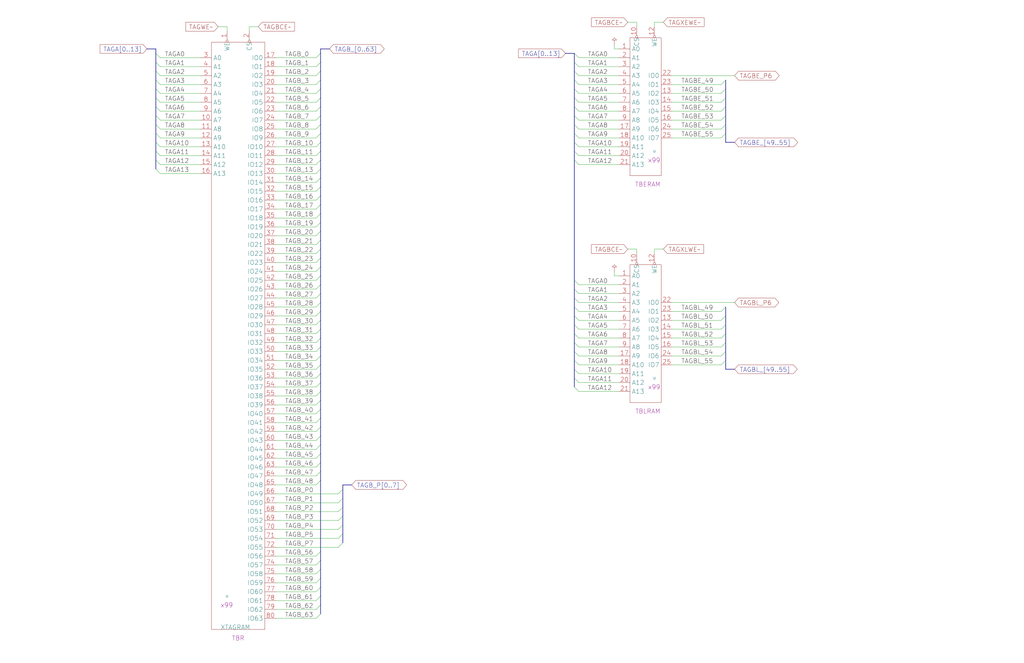
<source format=kicad_sch>
(kicad_sch (version 20220404) (generator eeschema)
  (paper "User" 584.2 378.46)
  (title_block (title "TAGB RAMS\\n0:40, 56:63, P0:P5, P7") (date "08-MAR-90") (rev "0.0") (comment 1 "MEM32 BOARD") (comment 2 "232-003066") (comment 3 "S400") (comment 4 "RELEASED"))
  (lib_symbols
    (symbol "r1000:16KX8" (pin_names (offset 1.016))
      (property "Reference" "U" (at 2.54 5.08 0))
      (property "Value" "16KX8" (at -8.89 -7.62 0))
      (property "Location" "___" (at -1.27 0 0))
      (property "Name" "______" (at -1.27 -15.24 0))
      (symbol "16KX8_1_1"
        (rectangle (start -11.43 69.85) (end 6.35 -8.89))
        (circle (center -7.62 70.485) (radius 0.635))
        (circle (center 2.54 70.485) (radius 0.635))
        (pin input line (at -17.78 63.5 0) (length 6.35) (name "A0") (number "1"))
        (pin input line (at -7.62 76.2 270) (length 5.08) (name "CS") (number "10"))
        (pin input line (at 2.54 76.2 270) (length 5.08) (name "WE") (number "12"))
        (pin bidirectional line (at 12.7 38.1 180) (length 6.35) (name "IO2") (number "13"))
        (pin bidirectional line (at 12.7 33.02 180) (length 6.35) (name "IO3") (number "14"))
        (pin bidirectional line (at 12.7 27.94 180) (length 6.35) (name "IO4") (number "15"))
        (pin bidirectional line (at 12.7 22.86 180) (length 6.35) (name "IO5") (number "16"))
        (pin input line (at -17.78 17.78 0) (length 6.35) (name "A9") (number "17"))
        (pin input line (at -17.78 12.7 0) (length 6.35) (name "A10") (number "18"))
        (pin input line (at -17.78 7.62 0) (length 6.35) (name "A11") (number "19"))
        (pin input line (at -17.78 58.42 0) (length 6.35) (name "A1") (number "2"))
        (pin input line (at -17.78 2.54 0) (length 6.35) (name "A12") (number "20"))
        (pin input line (at -17.78 -2.54 0) (length 6.35) (name "A13") (number "21"))
        (pin bidirectional line (at 12.7 48.26 180) (length 6.35) (name "IO0") (number "22"))
        (pin bidirectional line (at 12.7 43.18 180) (length 6.35) (name "IO1") (number "23"))
        (pin bidirectional line (at 12.7 17.78 180) (length 6.35) (name "IO6") (number "24"))
        (pin bidirectional line (at 12.7 12.7 180) (length 6.35) (name "IO7") (number "25"))
        (pin input line (at -17.78 53.34 0) (length 6.35) (name "A2") (number "3"))
        (pin input line (at -17.78 48.26 0) (length 6.35) (name "A3") (number "4"))
        (pin input line (at -17.78 43.18 0) (length 6.35) (name "A4") (number "5"))
        (pin input line (at -17.78 38.1 0) (length 6.35) (name "A5") (number "6"))
        (pin input line (at -17.78 33.02 0) (length 6.35) (name "A6") (number "7"))
        (pin input line (at -17.78 27.94 0) (length 6.35) (name "A7") (number "8"))
        (pin input line (at -17.78 22.86 0) (length 6.35) (name "A8") (number "9"))
      )
    )
    (symbol "r1000:PU" (power) (pin_numbers hide) (pin_names hide)
      (symbol "PU_0_1"
        (polyline (pts (xy 0 2.54) (xy -1.27 2.54) (xy 0 3.81) (xy 1.27 2.54) (xy 0 2.54)) (stroke (width 0.1524)))
      )
      (symbol "PU_1_1"
        (pin power_in line (at 0 0 90) (length 2.54) (name "PU") (number "1"))
      )
    )
    (symbol "r1000:XTAGRAM" (pin_names (offset 1.016))
      (property "Reference" "U" (at 2.54 5.08 0))
      (property "Value" "XTAGRAM" (at -1.27 -12.7 0))
      (property "Location" "___" (at -1.27 0 0))
      (property "Name" "______" (at 8.89 -20.32 0))
      (symbol "XTAGRAM_1_1"
        (rectangle (start -6.35 321.31) (end 24.13 -13.97))
        (circle (center 2.54 321.945) (radius 0.635))
        (circle (center 15.24 321.945) (radius 0.635))
        (pin input line (at 2.54 327.66 270) (length 5.08) (name "WE") (number "1"))
        (pin input line (at -12.7 276.86 0) (length 6.35) (name "A7") (number "10"))
        (pin input line (at -12.7 271.78 0) (length 6.35) (name "A8") (number "11"))
        (pin input line (at -12.7 266.7 0) (length 6.35) (name "A9") (number "12"))
        (pin input line (at -12.7 261.62 0) (length 6.35) (name "A10") (number "13"))
        (pin input line (at -12.7 256.54 0) (length 6.35) (name "A11") (number "14"))
        (pin input line (at -12.7 251.46 0) (length 6.35) (name "A12") (number "15"))
        (pin input line (at -12.7 246.38 0) (length 6.35) (name "A13") (number "16"))
        (pin bidirectional line (at 30.48 312.42 180) (length 6.35) (name "IO0") (number "17"))
        (pin bidirectional line (at 30.48 307.34 180) (length 6.35) (name "IO1") (number "18"))
        (pin bidirectional line (at 30.48 302.26 180) (length 6.35) (name "IO2") (number "19"))
        (pin input line (at 15.24 327.66 270) (length 5.08) (name "CS") (number "2"))
        (pin bidirectional line (at 30.48 297.18 180) (length 6.35) (name "IO3") (number "20"))
        (pin bidirectional line (at 30.48 292.1 180) (length 6.35) (name "IO4") (number "21"))
        (pin bidirectional line (at 30.48 287.02 180) (length 6.35) (name "IO5") (number "22"))
        (pin bidirectional line (at 30.48 281.94 180) (length 6.35) (name "IO6") (number "23"))
        (pin bidirectional line (at 30.48 276.86 180) (length 6.35) (name "IO7") (number "24"))
        (pin bidirectional line (at 30.48 271.78 180) (length 6.35) (name "IO8") (number "25"))
        (pin bidirectional line (at 30.48 266.7 180) (length 6.35) (name "IO9") (number "26"))
        (pin bidirectional line (at 30.48 261.62 180) (length 6.35) (name "IO10") (number "27"))
        (pin bidirectional line (at 30.48 256.54 180) (length 6.35) (name "IO11") (number "28"))
        (pin bidirectional line (at 30.48 251.46 180) (length 6.35) (name "IO12") (number "29"))
        (pin input line (at -12.7 312.42 0) (length 6.35) (name "A0") (number "3"))
        (pin bidirectional line (at 30.48 246.38 180) (length 6.35) (name "IO13") (number "30"))
        (pin bidirectional line (at 30.48 241.3 180) (length 6.35) (name "IO14") (number "31"))
        (pin bidirectional line (at 30.48 236.22 180) (length 6.35) (name "IO15") (number "32"))
        (pin bidirectional line (at 30.48 231.14 180) (length 6.35) (name "IO16") (number "33"))
        (pin bidirectional line (at 30.48 226.06 180) (length 6.35) (name "IO17") (number "34"))
        (pin bidirectional line (at 30.48 220.98 180) (length 6.35) (name "IO18") (number "35"))
        (pin bidirectional line (at 30.48 215.9 180) (length 6.35) (name "IO19") (number "36"))
        (pin bidirectional line (at 30.48 210.82 180) (length 6.35) (name "IO20") (number "37"))
        (pin bidirectional line (at 30.48 205.74 180) (length 6.35) (name "IO21") (number "38"))
        (pin bidirectional line (at 30.48 200.66 180) (length 6.35) (name "IO22") (number "39"))
        (pin input line (at -12.7 307.34 0) (length 6.35) (name "A1") (number "4"))
        (pin bidirectional line (at 30.48 195.58 180) (length 6.35) (name "IO23") (number "40"))
        (pin bidirectional line (at 30.48 190.5 180) (length 6.35) (name "IO24") (number "41"))
        (pin bidirectional line (at 30.48 185.42 180) (length 6.35) (name "IO25") (number "42"))
        (pin bidirectional line (at 30.48 180.34 180) (length 6.35) (name "IO26") (number "43"))
        (pin bidirectional line (at 30.48 175.26 180) (length 6.35) (name "IO27") (number "44"))
        (pin bidirectional line (at 30.48 170.18 180) (length 6.35) (name "IO28") (number "45"))
        (pin bidirectional line (at 30.48 165.1 180) (length 6.35) (name "IO29") (number "46"))
        (pin bidirectional line (at 30.48 160.02 180) (length 6.35) (name "IO30") (number "47"))
        (pin bidirectional line (at 30.48 154.94 180) (length 6.35) (name "IO31") (number "48"))
        (pin bidirectional line (at 30.48 149.86 180) (length 6.35) (name "IO32") (number "49"))
        (pin input line (at -12.7 302.26 0) (length 6.35) (name "A2") (number "5"))
        (pin bidirectional line (at 30.48 144.78 180) (length 6.35) (name "IO33") (number "50"))
        (pin bidirectional line (at 30.48 139.7 180) (length 6.35) (name "IO34") (number "51"))
        (pin bidirectional line (at 30.48 134.62 180) (length 6.35) (name "IO35") (number "52"))
        (pin bidirectional line (at 30.48 129.54 180) (length 6.35) (name "IO36") (number "53"))
        (pin bidirectional line (at 30.48 124.46 180) (length 6.35) (name "IO37") (number "54"))
        (pin bidirectional line (at 30.48 119.38 180) (length 6.35) (name "IO38") (number "55"))
        (pin bidirectional line (at 30.48 114.3 180) (length 6.35) (name "IO39") (number "56"))
        (pin bidirectional line (at 30.48 109.22 180) (length 6.35) (name "IO40") (number "57"))
        (pin bidirectional line (at 30.48 104.14 180) (length 6.35) (name "IO41") (number "58"))
        (pin bidirectional line (at 30.48 99.06 180) (length 6.35) (name "IO42") (number "59"))
        (pin input line (at -12.7 297.18 0) (length 6.35) (name "A3") (number "6"))
        (pin bidirectional line (at 30.48 93.98 180) (length 6.35) (name "IO43") (number "60"))
        (pin bidirectional line (at 30.48 88.9 180) (length 6.35) (name "IO44") (number "61"))
        (pin bidirectional line (at 30.48 83.82 180) (length 6.35) (name "IO45") (number "62"))
        (pin bidirectional line (at 30.48 78.74 180) (length 6.35) (name "IO46") (number "63"))
        (pin bidirectional line (at 30.48 73.66 180) (length 6.35) (name "IO47") (number "64"))
        (pin bidirectional line (at 30.48 68.58 180) (length 6.35) (name "IO48") (number "65"))
        (pin bidirectional line (at 30.48 63.5 180) (length 6.35) (name "IO49") (number "66"))
        (pin bidirectional line (at 30.48 58.42 180) (length 6.35) (name "IO50") (number "67"))
        (pin bidirectional line (at 30.48 53.34 180) (length 6.35) (name "IO51") (number "68"))
        (pin bidirectional line (at 30.48 48.26 180) (length 6.35) (name "IO52") (number "69"))
        (pin input line (at -12.7 292.1 0) (length 6.35) (name "A4") (number "7"))
        (pin bidirectional line (at 30.48 43.18 180) (length 6.35) (name "IO53") (number "70"))
        (pin bidirectional line (at 30.48 38.1 180) (length 6.35) (name "IO54") (number "71"))
        (pin bidirectional line (at 30.48 33.02 180) (length 6.35) (name "IO55") (number "72"))
        (pin bidirectional line (at 30.48 27.94 180) (length 6.35) (name "IO56") (number "73"))
        (pin bidirectional line (at 30.48 22.86 180) (length 6.35) (name "IO57") (number "74"))
        (pin bidirectional line (at 30.48 17.78 180) (length 6.35) (name "IO58") (number "75"))
        (pin bidirectional line (at 30.48 12.7 180) (length 6.35) (name "IO59") (number "76"))
        (pin bidirectional line (at 30.48 7.62 180) (length 6.35) (name "IO60") (number "77"))
        (pin bidirectional line (at 30.48 2.54 180) (length 6.35) (name "IO61") (number "78"))
        (pin bidirectional line (at 30.48 -2.54 180) (length 6.35) (name "IO62") (number "79"))
        (pin input line (at -12.7 287.02 0) (length 6.35) (name "A5") (number "8"))
        (pin bidirectional line (at 30.48 -7.62 180) (length 6.35) (name "IO63") (number "80"))
        (pin input line (at -12.7 281.94 0) (length 6.35) (name "A6") (number "9"))
      )
    )
  )
  (bus_entry (at 88.9 96.52) (size 2.54 2.54))
  (bus_entry (at 88.9 86.36) (size 2.54 2.54))
  (bus_entry (at 327.66 170.18) (size 2.54 2.54))
  (bus_entry (at 327.66 35.56) (size 2.54 2.54))
  (bus_entry (at 182.88 223.52) (size -2.54 2.54))
  (bus_entry (at 182.88 340.36) (size -2.54 2.54))
  (bus_entry (at 414.02 60.96) (size -2.54 2.54))
  (bus_entry (at 182.88 66.04) (size -2.54 2.54))
  (bus_entry (at 182.88 193.04) (size -2.54 2.54))
  (bus_entry (at 88.9 35.56) (size 2.54 2.54))
  (bus_entry (at 327.66 195.58) (size 2.54 2.54))
  (bus_entry (at 182.88 228.6) (size -2.54 2.54))
  (bus_entry (at 182.88 330.2) (size -2.54 2.54))
  (bus_entry (at 414.02 175.26) (size -2.54 2.54))
  (bus_entry (at 182.88 213.36) (size -2.54 2.54))
  (bus_entry (at 88.9 91.44) (size 2.54 2.54))
  (bus_entry (at 182.88 45.72) (size -2.54 2.54))
  (bus_entry (at 182.88 96.52) (size -2.54 2.54))
  (bus_entry (at 182.88 142.24) (size -2.54 2.54))
  (bus_entry (at 182.88 106.68) (size -2.54 2.54))
  (bus_entry (at 182.88 314.96) (size -2.54 2.54))
  (bus_entry (at 182.88 111.76) (size -2.54 2.54))
  (bus_entry (at 182.88 55.88) (size -2.54 2.54))
  (bus_entry (at 195.58 309.88) (size -2.54 2.54))
  (bus_entry (at 182.88 259.08) (size -2.54 2.54))
  (bus_entry (at 327.66 50.8) (size 2.54 2.54))
  (bus_entry (at 414.02 55.88) (size -2.54 2.54))
  (bus_entry (at 182.88 218.44) (size -2.54 2.54))
  (bus_entry (at 182.88 345.44) (size -2.54 2.54))
  (bus_entry (at 88.9 30.48) (size 2.54 2.54))
  (bus_entry (at 327.66 185.42) (size 2.54 2.54))
  (bus_entry (at 182.88 35.56) (size -2.54 2.54))
  (bus_entry (at 182.88 187.96) (size -2.54 2.54))
  (bus_entry (at 182.88 50.8) (size -2.54 2.54))
  (bus_entry (at 182.88 60.96) (size -2.54 2.54))
  (bus_entry (at 327.66 30.48) (size 2.54 2.54))
  (bus_entry (at 414.02 195.58) (size -2.54 2.54))
  (bus_entry (at 88.9 55.88) (size 2.54 2.54))
  (bus_entry (at 182.88 167.64) (size -2.54 2.54))
  (bus_entry (at 414.02 205.74) (size -2.54 2.54))
  (bus_entry (at 327.66 175.26) (size 2.54 2.54))
  (bus_entry (at 327.66 165.1) (size 2.54 2.54))
  (bus_entry (at 327.66 71.12) (size 2.54 2.54))
  (bus_entry (at 327.66 215.9) (size 2.54 2.54))
  (bus_entry (at 182.88 71.12) (size -2.54 2.54))
  (bus_entry (at 182.88 350.52) (size -2.54 2.54))
  (bus_entry (at 182.88 208.28) (size -2.54 2.54))
  (bus_entry (at 182.88 157.48) (size -2.54 2.54))
  (bus_entry (at 195.58 299.72) (size -2.54 2.54))
  (bus_entry (at 182.88 30.48) (size -2.54 2.54))
  (bus_entry (at 327.66 190.5) (size 2.54 2.54))
  (bus_entry (at 182.88 177.8) (size -2.54 2.54))
  (bus_entry (at 182.88 162.56) (size -2.54 2.54))
  (bus_entry (at 182.88 274.32) (size -2.54 2.54))
  (bus_entry (at 182.88 152.4) (size -2.54 2.54))
  (bus_entry (at 327.66 40.64) (size 2.54 2.54))
  (bus_entry (at 182.88 248.92) (size -2.54 2.54))
  (bus_entry (at 182.88 233.68) (size -2.54 2.54))
  (bus_entry (at 414.02 50.8) (size -2.54 2.54))
  (bus_entry (at 182.88 137.16) (size -2.54 2.54))
  (bus_entry (at 182.88 121.92) (size -2.54 2.54))
  (bus_entry (at 195.58 304.8) (size -2.54 2.54))
  (bus_entry (at 88.9 81.28) (size 2.54 2.54))
  (bus_entry (at 182.88 91.44) (size -2.54 2.54))
  (bus_entry (at 182.88 101.6) (size -2.54 2.54))
  (bus_entry (at 182.88 254) (size -2.54 2.54))
  (bus_entry (at 182.88 335.28) (size -2.54 2.54))
  (bus_entry (at 182.88 238.76) (size -2.54 2.54))
  (bus_entry (at 327.66 91.44) (size 2.54 2.54))
  (bus_entry (at 195.58 289.56) (size -2.54 2.54))
  (bus_entry (at 327.66 180.34) (size 2.54 2.54))
  (bus_entry (at 327.66 210.82) (size 2.54 2.54))
  (bus_entry (at 327.66 60.96) (size 2.54 2.54))
  (bus_entry (at 414.02 185.42) (size -2.54 2.54))
  (bus_entry (at 88.9 50.8) (size 2.54 2.54))
  (bus_entry (at 182.88 203.2) (size -2.54 2.54))
  (bus_entry (at 414.02 71.12) (size -2.54 2.54))
  (bus_entry (at 327.66 160.02) (size 2.54 2.54))
  (bus_entry (at 327.66 205.74) (size 2.54 2.54))
  (bus_entry (at 182.88 132.08) (size -2.54 2.54))
  (bus_entry (at 195.58 294.64) (size -2.54 2.54))
  (bus_entry (at 182.88 325.12) (size -2.54 2.54))
  (bus_entry (at 88.9 66.04) (size 2.54 2.54))
  (bus_entry (at 182.88 264.16) (size -2.54 2.54))
  (bus_entry (at 327.66 55.88) (size 2.54 2.54))
  (bus_entry (at 182.88 269.24) (size -2.54 2.54))
  (bus_entry (at 182.88 198.12) (size -2.54 2.54))
  (bus_entry (at 182.88 172.72) (size -2.54 2.54))
  (bus_entry (at 327.66 76.2) (size 2.54 2.54))
  (bus_entry (at 327.66 86.36) (size 2.54 2.54))
  (bus_entry (at 182.88 243.84) (size -2.54 2.54))
  (bus_entry (at 182.88 182.88) (size -2.54 2.54))
  (bus_entry (at 195.58 279.4) (size -2.54 2.54))
  (bus_entry (at 182.88 86.36) (size -2.54 2.54))
  (bus_entry (at 414.02 200.66) (size -2.54 2.54))
  (bus_entry (at 414.02 66.04) (size -2.54 2.54))
  (bus_entry (at 182.88 320.04) (size -2.54 2.54))
  (bus_entry (at 182.88 127) (size -2.54 2.54))
  (bus_entry (at 182.88 147.32) (size -2.54 2.54))
  (bus_entry (at 327.66 81.28) (size 2.54 2.54))
  (bus_entry (at 195.58 284.48) (size -2.54 2.54))
  (bus_entry (at 182.88 40.64) (size -2.54 2.54))
  (bus_entry (at 88.9 60.96) (size 2.54 2.54))
  (bus_entry (at 414.02 76.2) (size -2.54 2.54))
  (bus_entry (at 414.02 190.5) (size -2.54 2.54))
  (bus_entry (at 88.9 40.64) (size 2.54 2.54))
  (bus_entry (at 88.9 45.72) (size 2.54 2.54))
  (bus_entry (at 182.88 116.84) (size -2.54 2.54))
  (bus_entry (at 182.88 76.2) (size -2.54 2.54))
  (bus_entry (at 88.9 71.12) (size 2.54 2.54))
  (bus_entry (at 327.66 66.04) (size 2.54 2.54))
  (bus_entry (at 414.02 45.72) (size -2.54 2.54))
  (bus_entry (at 182.88 81.28) (size -2.54 2.54))
  (bus_entry (at 414.02 180.34) (size -2.54 2.54))
  (bus_entry (at 327.66 45.72) (size 2.54 2.54))
  (bus_entry (at 327.66 200.66) (size 2.54 2.54))
  (bus_entry (at 88.9 76.2) (size 2.54 2.54))
  (bus_entry (at 327.66 220.98) (size 2.54 2.54))
  (bus (pts (xy 182.88 127) (xy 182.88 132.08)))
  (wire (pts (xy 383.54 73.66) (xy 411.48 73.66)))
  (bus (pts (xy 182.88 243.84) (xy 182.88 248.92)))
  (wire (pts (xy 378.46 142.24) (xy 373.38 142.24)))
  (wire (pts (xy 157.48 78.74) (xy 180.34 78.74)))
  (wire (pts (xy 157.48 312.42) (xy 193.04 312.42)))
  (wire (pts (xy 383.54 43.18) (xy 419.1 43.18)))
  (wire (pts (xy 157.48 109.22) (xy 180.34 109.22)))
  (wire (pts (xy 330.2 187.96) (xy 353.06 187.96)))
  (wire (pts (xy 383.54 78.74) (xy 411.48 78.74)))
  (wire (pts (xy 157.48 327.66) (xy 180.34 327.66)))
  (wire (pts (xy 157.48 322.58) (xy 180.34 322.58)))
  (bus (pts (xy 414.02 180.34) (xy 414.02 185.42)))
  (bus (pts (xy 182.88 228.6) (xy 182.88 233.68)))
  (bus (pts (xy 182.88 91.44) (xy 182.88 96.52)))
  (wire (pts (xy 91.44 73.66) (xy 114.3 73.66)))
  (wire (pts (xy 330.2 53.34) (xy 353.06 53.34)))
  (wire (pts (xy 157.48 134.62) (xy 180.34 134.62)))
  (wire (pts (xy 383.54 182.88) (xy 411.48 182.88)))
  (wire (pts (xy 157.48 73.66) (xy 180.34 73.66)))
  (bus (pts (xy 414.02 190.5) (xy 414.02 185.42)))
  (wire (pts (xy 157.48 170.18) (xy 180.34 170.18)))
  (bus (pts (xy 182.88 335.28) (xy 182.88 340.36)))
  (bus (pts (xy 182.88 142.24) (xy 182.88 147.32)))
  (wire (pts (xy 157.48 297.18) (xy 193.04 297.18)))
  (wire (pts (xy 157.48 149.86) (xy 180.34 149.86)))
  (bus (pts (xy 327.66 165.1) (xy 327.66 170.18)))
  (wire (pts (xy 157.48 68.58) (xy 180.34 68.58)))
  (wire (pts (xy 383.54 172.72) (xy 419.1 172.72)))
  (wire (pts (xy 330.2 68.58) (xy 353.06 68.58)))
  (bus (pts (xy 182.88 101.6) (xy 182.88 106.68)))
  (bus (pts (xy 182.88 157.48) (xy 182.88 162.56)))
  (bus (pts (xy 182.88 320.04) (xy 182.88 325.12)))
  (wire (pts (xy 157.48 88.9) (xy 180.34 88.9)))
  (bus (pts (xy 182.88 345.44) (xy 182.88 350.52)))
  (bus (pts (xy 182.88 76.2) (xy 182.88 81.28)))
  (wire (pts (xy 157.48 160.02) (xy 180.34 160.02)))
  (bus (pts (xy 83.82 27.94) (xy 88.9 27.94)))
  (bus (pts (xy 195.58 284.48) (xy 195.58 289.56)))
  (bus (pts (xy 414.02 200.66) (xy 414.02 205.74)))
  (wire (pts (xy 157.48 190.5) (xy 180.34 190.5)))
  (wire (pts (xy 373.38 12.7) (xy 373.38 15.24)))
  (wire (pts (xy 157.48 266.7) (xy 180.34 266.7)))
  (bus (pts (xy 182.88 182.88) (xy 182.88 187.96)))
  (wire (pts (xy 157.48 241.3) (xy 180.34 241.3)))
  (wire (pts (xy 157.48 246.38) (xy 180.34 246.38)))
  (wire (pts (xy 157.48 337.82) (xy 180.34 337.82)))
  (wire (pts (xy 353.06 157.48) (xy 350.52 157.48)))
  (bus (pts (xy 327.66 215.9) (xy 327.66 220.98)))
  (wire (pts (xy 157.48 256.54) (xy 180.34 256.54)))
  (bus (pts (xy 182.88 96.52) (xy 182.88 101.6)))
  (wire (pts (xy 330.2 88.9) (xy 353.06 88.9)))
  (wire (pts (xy 157.48 180.34) (xy 180.34 180.34)))
  (bus (pts (xy 419.1 81.28) (xy 414.02 81.28)))
  (bus (pts (xy 182.88 86.36) (xy 182.88 91.44)))
  (bus (pts (xy 88.9 40.64) (xy 88.9 45.72)))
  (bus (pts (xy 414.02 66.04) (xy 414.02 71.12)))
  (wire (pts (xy 91.44 33.02) (xy 114.3 33.02)))
  (bus (pts (xy 182.88 35.56) (xy 182.88 40.64)))
  (bus (pts (xy 414.02 45.72) (xy 414.02 50.8)))
  (bus (pts (xy 182.88 187.96) (xy 182.88 193.04)))
  (wire (pts (xy 157.48 185.42) (xy 180.34 185.42)))
  (bus (pts (xy 182.88 248.92) (xy 182.88 254)))
  (bus (pts (xy 88.9 55.88) (xy 88.9 60.96)))
  (bus (pts (xy 182.88 198.12) (xy 182.88 203.2)))
  (bus (pts (xy 182.88 264.16) (xy 182.88 269.24)))
  (bus (pts (xy 414.02 55.88) (xy 414.02 60.96)))
  (bus (pts (xy 327.66 66.04) (xy 327.66 71.12)))
  (bus (pts (xy 182.88 50.8) (xy 182.88 55.88)))
  (bus (pts (xy 182.88 259.08) (xy 182.88 264.16)))
  (bus (pts (xy 414.02 190.5) (xy 414.02 195.58)))
  (wire (pts (xy 157.48 195.58) (xy 180.34 195.58)))
  (wire (pts (xy 157.48 63.5) (xy 180.34 63.5)))
  (bus (pts (xy 414.02 60.96) (xy 414.02 66.04)))
  (wire (pts (xy 383.54 68.58) (xy 411.48 68.58)))
  (wire (pts (xy 330.2 172.72) (xy 353.06 172.72)))
  (bus (pts (xy 182.88 111.76) (xy 182.88 116.84)))
  (bus (pts (xy 187.96 27.94) (xy 182.88 27.94)))
  (bus (pts (xy 182.88 254) (xy 182.88 259.08)))
  (bus (pts (xy 88.9 76.2) (xy 88.9 81.28)))
  (wire (pts (xy 353.06 27.94) (xy 350.52 27.94)))
  (wire (pts (xy 330.2 43.18) (xy 353.06 43.18)))
  (bus (pts (xy 88.9 45.72) (xy 88.9 50.8)))
  (bus (pts (xy 195.58 294.64) (xy 195.58 299.72)))
  (bus (pts (xy 195.58 276.86) (xy 195.58 279.4)))
  (bus (pts (xy 327.66 195.58) (xy 327.66 200.66)))
  (wire (pts (xy 350.52 27.94) (xy 350.52 25.4)))
  (bus (pts (xy 327.66 76.2) (xy 327.66 81.28)))
  (bus (pts (xy 88.9 50.8) (xy 88.9 55.88)))
  (bus (pts (xy 195.58 289.56) (xy 195.58 294.64)))
  (wire (pts (xy 157.48 353.06) (xy 180.34 353.06)))
  (bus (pts (xy 88.9 86.36) (xy 88.9 91.44)))
  (wire (pts (xy 330.2 193.04) (xy 353.06 193.04)))
  (wire (pts (xy 330.2 48.26) (xy 353.06 48.26)))
  (wire (pts (xy 330.2 73.66) (xy 353.06 73.66)))
  (bus (pts (xy 182.88 274.32) (xy 182.88 314.96)))
  (bus (pts (xy 182.88 193.04) (xy 182.88 198.12)))
  (wire (pts (xy 358.14 142.24) (xy 363.22 142.24)))
  (wire (pts (xy 91.44 99.06) (xy 114.3 99.06)))
  (wire (pts (xy 91.44 93.98) (xy 114.3 93.98)))
  (bus (pts (xy 327.66 35.56) (xy 327.66 40.64)))
  (wire (pts (xy 157.48 43.18) (xy 180.34 43.18)))
  (wire (pts (xy 91.44 43.18) (xy 114.3 43.18)))
  (bus (pts (xy 327.66 45.72) (xy 327.66 50.8)))
  (wire (pts (xy 157.48 332.74) (xy 180.34 332.74)))
  (wire (pts (xy 91.44 63.5) (xy 114.3 63.5)))
  (wire (pts (xy 91.44 53.34) (xy 114.3 53.34)))
  (bus (pts (xy 88.9 60.96) (xy 88.9 66.04)))
  (wire (pts (xy 142.24 15.24) (xy 142.24 17.78)))
  (bus (pts (xy 327.66 60.96) (xy 327.66 66.04)))
  (wire (pts (xy 157.48 53.34) (xy 180.34 53.34)))
  (wire (pts (xy 157.48 231.14) (xy 180.34 231.14)))
  (wire (pts (xy 157.48 281.94) (xy 193.04 281.94)))
  (bus (pts (xy 88.9 27.94) (xy 88.9 30.48)))
  (wire (pts (xy 157.48 99.06) (xy 180.34 99.06)))
  (bus (pts (xy 327.66 55.88) (xy 327.66 60.96)))
  (bus (pts (xy 88.9 81.28) (xy 88.9 86.36)))
  (wire (pts (xy 157.48 210.82) (xy 180.34 210.82)))
  (bus (pts (xy 327.66 170.18) (xy 327.66 175.26)))
  (wire (pts (xy 157.48 83.82) (xy 180.34 83.82)))
  (bus (pts (xy 182.88 208.28) (xy 182.88 213.36)))
  (bus (pts (xy 327.66 205.74) (xy 327.66 210.82)))
  (wire (pts (xy 330.2 38.1) (xy 353.06 38.1)))
  (wire (pts (xy 358.14 12.7) (xy 363.22 12.7)))
  (wire (pts (xy 91.44 88.9) (xy 114.3 88.9)))
  (wire (pts (xy 157.48 342.9) (xy 180.34 342.9)))
  (bus (pts (xy 182.88 233.68) (xy 182.88 238.76)))
  (bus (pts (xy 182.88 269.24) (xy 182.88 274.32)))
  (bus (pts (xy 182.88 55.88) (xy 182.88 60.96)))
  (wire (pts (xy 330.2 213.36) (xy 353.06 213.36)))
  (bus (pts (xy 414.02 71.12) (xy 414.02 76.2)))
  (bus (pts (xy 182.88 330.2) (xy 182.88 335.28)))
  (wire (pts (xy 157.48 200.66) (xy 180.34 200.66)))
  (bus (pts (xy 182.88 81.28) (xy 182.88 86.36)))
  (bus (pts (xy 182.88 30.48) (xy 182.88 35.56)))
  (wire (pts (xy 157.48 307.34) (xy 193.04 307.34)))
  (bus (pts (xy 414.02 50.8) (xy 414.02 55.88)))
  (wire (pts (xy 157.48 124.46) (xy 180.34 124.46)))
  (bus (pts (xy 414.02 175.26) (xy 414.02 180.34)))
  (bus (pts (xy 327.66 180.34) (xy 327.66 185.42)))
  (bus (pts (xy 327.66 81.28) (xy 327.66 86.36)))
  (wire (pts (xy 157.48 119.38) (xy 180.34 119.38)))
  (wire (pts (xy 330.2 33.02) (xy 353.06 33.02)))
  (wire (pts (xy 378.46 12.7) (xy 373.38 12.7)))
  (bus (pts (xy 88.9 66.04) (xy 88.9 71.12)))
  (bus (pts (xy 327.66 160.02) (xy 327.66 165.1)))
  (bus (pts (xy 182.88 66.04) (xy 182.88 71.12)))
  (wire (pts (xy 330.2 203.2) (xy 353.06 203.2)))
  (wire (pts (xy 383.54 203.2) (xy 411.48 203.2)))
  (wire (pts (xy 383.54 48.26) (xy 411.48 48.26)))
  (wire (pts (xy 157.48 48.26) (xy 180.34 48.26)))
  (bus (pts (xy 182.88 213.36) (xy 182.88 218.44)))
  (bus (pts (xy 182.88 325.12) (xy 182.88 330.2)))
  (bus (pts (xy 88.9 35.56) (xy 88.9 40.64)))
  (bus (pts (xy 182.88 177.8) (xy 182.88 182.88)))
  (bus (pts (xy 414.02 210.82) (xy 414.02 205.74)))
  (wire (pts (xy 383.54 198.12) (xy 411.48 198.12)))
  (wire (pts (xy 157.48 215.9) (xy 180.34 215.9)))
  (bus (pts (xy 327.66 200.66) (xy 327.66 205.74)))
  (wire (pts (xy 157.48 33.02) (xy 180.34 33.02)))
  (bus (pts (xy 182.88 218.44) (xy 182.88 223.52)))
  (bus (pts (xy 182.88 60.96) (xy 182.88 66.04)))
  (wire (pts (xy 363.22 142.24) (xy 363.22 144.78)))
  (wire (pts (xy 157.48 175.26) (xy 180.34 175.26)))
  (bus (pts (xy 182.88 147.32) (xy 182.88 152.4)))
  (wire (pts (xy 330.2 177.8) (xy 353.06 177.8)))
  (bus (pts (xy 182.88 340.36) (xy 182.88 345.44)))
  (wire (pts (xy 383.54 208.28) (xy 411.48 208.28)))
  (wire (pts (xy 157.48 165.1) (xy 180.34 165.1)))
  (bus (pts (xy 327.66 86.36) (xy 327.66 91.44)))
  (wire (pts (xy 157.48 347.98) (xy 180.34 347.98)))
  (wire (pts (xy 330.2 208.28) (xy 353.06 208.28)))
  (wire (pts (xy 157.48 58.42) (xy 180.34 58.42)))
  (bus (pts (xy 414.02 195.58) (xy 414.02 200.66)))
  (bus (pts (xy 182.88 167.64) (xy 182.88 172.72)))
  (bus (pts (xy 195.58 279.4) (xy 195.58 284.48)))
  (bus (pts (xy 88.9 30.48) (xy 88.9 35.56)))
  (wire (pts (xy 124.46 15.24) (xy 129.54 15.24)))
  (bus (pts (xy 327.66 40.64) (xy 327.66 45.72)))
  (bus (pts (xy 182.88 106.68) (xy 182.88 111.76)))
  (wire (pts (xy 157.48 276.86) (xy 180.34 276.86)))
  (wire (pts (xy 91.44 38.1) (xy 114.3 38.1)))
  (wire (pts (xy 330.2 223.52) (xy 353.06 223.52)))
  (wire (pts (xy 157.48 271.78) (xy 180.34 271.78)))
  (bus (pts (xy 88.9 71.12) (xy 88.9 76.2)))
  (bus (pts (xy 182.88 203.2) (xy 182.88 208.28)))
  (wire (pts (xy 330.2 218.44) (xy 353.06 218.44)))
  (bus (pts (xy 195.58 299.72) (xy 195.58 304.8)))
  (bus (pts (xy 182.88 71.12) (xy 182.88 76.2)))
  (wire (pts (xy 157.48 236.22) (xy 180.34 236.22)))
  (bus (pts (xy 182.88 132.08) (xy 182.88 137.16)))
  (bus (pts (xy 182.88 223.52) (xy 182.88 228.6)))
  (bus (pts (xy 182.88 27.94) (xy 182.88 30.48)))
  (wire (pts (xy 91.44 78.74) (xy 114.3 78.74)))
  (bus (pts (xy 322.58 30.48) (xy 327.66 30.48)))
  (wire (pts (xy 330.2 63.5) (xy 353.06 63.5)))
  (bus (pts (xy 182.88 314.96) (xy 182.88 320.04)))
  (bus (pts (xy 182.88 238.76) (xy 182.88 243.84)))
  (wire (pts (xy 157.48 251.46) (xy 180.34 251.46)))
  (wire (pts (xy 157.48 129.54) (xy 180.34 129.54)))
  (wire (pts (xy 91.44 58.42) (xy 114.3 58.42)))
  (bus (pts (xy 195.58 304.8) (xy 195.58 309.88)))
  (wire (pts (xy 157.48 261.62) (xy 180.34 261.62)))
  (bus (pts (xy 414.02 81.28) (xy 414.02 76.2)))
  (wire (pts (xy 157.48 104.14) (xy 180.34 104.14)))
  (bus (pts (xy 182.88 121.92) (xy 182.88 127)))
  (bus (pts (xy 327.66 175.26) (xy 327.66 180.34)))
  (wire (pts (xy 330.2 182.88) (xy 353.06 182.88)))
  (wire (pts (xy 350.52 157.48) (xy 350.52 154.94)))
  (wire (pts (xy 91.44 83.82) (xy 114.3 83.82)))
  (bus (pts (xy 327.66 30.48) (xy 327.66 35.56)))
  (bus (pts (xy 182.88 45.72) (xy 182.88 50.8)))
  (bus (pts (xy 182.88 172.72) (xy 182.88 177.8)))
  (bus (pts (xy 419.1 210.82) (xy 414.02 210.82)))
  (bus (pts (xy 182.88 152.4) (xy 182.88 157.48)))
  (wire (pts (xy 383.54 187.96) (xy 411.48 187.96)))
  (wire (pts (xy 129.54 15.24) (xy 129.54 17.78)))
  (wire (pts (xy 383.54 177.8) (xy 411.48 177.8)))
  (bus (pts (xy 182.88 162.56) (xy 182.88 167.64)))
  (wire (pts (xy 330.2 78.74) (xy 353.06 78.74)))
  (wire (pts (xy 157.48 302.26) (xy 193.04 302.26)))
  (bus (pts (xy 327.66 185.42) (xy 327.66 190.5)))
  (bus (pts (xy 182.88 40.64) (xy 182.88 45.72)))
  (wire (pts (xy 91.44 68.58) (xy 114.3 68.58)))
  (wire (pts (xy 330.2 83.82) (xy 353.06 83.82)))
  (wire (pts (xy 157.48 144.78) (xy 180.34 144.78)))
  (wire (pts (xy 330.2 93.98) (xy 353.06 93.98)))
  (wire (pts (xy 330.2 162.56) (xy 353.06 162.56)))
  (wire (pts (xy 363.22 12.7) (xy 363.22 15.24)))
  (bus (pts (xy 327.66 190.5) (xy 327.66 195.58)))
  (bus (pts (xy 182.88 137.16) (xy 182.88 142.24)))
  (wire (pts (xy 157.48 154.94) (xy 180.34 154.94)))
  (wire (pts (xy 91.44 48.26) (xy 114.3 48.26)))
  (wire (pts (xy 157.48 139.7) (xy 180.34 139.7)))
  (wire (pts (xy 383.54 53.34) (xy 411.48 53.34)))
  (wire (pts (xy 330.2 58.42) (xy 353.06 58.42)))
  (bus (pts (xy 88.9 91.44) (xy 88.9 96.52)))
  (wire (pts (xy 330.2 198.12) (xy 353.06 198.12)))
  (wire (pts (xy 157.48 114.3) (xy 180.34 114.3)))
  (wire (pts (xy 157.48 220.98) (xy 180.34 220.98)))
  (bus (pts (xy 327.66 91.44) (xy 327.66 160.02)))
  (wire (pts (xy 373.38 142.24) (xy 373.38 144.78)))
  (wire (pts (xy 383.54 63.5) (xy 411.48 63.5)))
  (wire (pts (xy 157.48 292.1) (xy 193.04 292.1)))
  (wire (pts (xy 157.48 287.02) (xy 193.04 287.02)))
  (wire (pts (xy 157.48 93.98) (xy 180.34 93.98)))
  (wire (pts (xy 157.48 226.06) (xy 180.34 226.06)))
  (wire (pts (xy 330.2 167.64) (xy 353.06 167.64)))
  (bus (pts (xy 200.66 276.86) (xy 195.58 276.86)))
  (wire (pts (xy 157.48 317.5) (xy 180.34 317.5)))
  (wire (pts (xy 147.32 15.24) (xy 142.24 15.24)))
  (wire (pts (xy 383.54 193.04) (xy 411.48 193.04)))
  (bus (pts (xy 327.66 71.12) (xy 327.66 76.2)))
  (wire (pts (xy 157.48 38.1) (xy 180.34 38.1)))
  (bus (pts (xy 327.66 210.82) (xy 327.66 215.9)))
  (bus (pts (xy 327.66 50.8) (xy 327.66 55.88)))
  (wire (pts (xy 157.48 205.74) (xy 180.34 205.74)))
  (bus (pts (xy 182.88 116.84) (xy 182.88 121.92)))
  (wire (pts (xy 383.54 58.42) (xy 411.48 58.42)))
  (label "TAGA9" (at 335.28 208.28 0) (effects (font (size 2.54 2.54))))
  (label "TAGB_P7" (at 162.56 312.42 0) (effects (font (size 2.54 2.54))))
  (label "TAGB_28" (at 162.56 175.26 0) (effects (font (size 2.54 2.54))))
  (label "TAGA4" (at 335.28 53.34 0) (effects (font (size 2.54 2.54))))
  (label "TAGB_46" (at 162.56 266.7 0) (effects (font (size 2.54 2.54))))
  (label "TAGB_18" (at 162.56 124.46 0) (effects (font (size 2.54 2.54))))
  (label "TAGB_56" (at 162.56 317.5 0) (effects (font (size 2.54 2.54))))
  (label "TAGB_25" (at 162.56 160.02 0) (effects (font (size 2.54 2.54))))
  (label "TAGB_36" (at 162.56 215.9 0) (effects (font (size 2.54 2.54))))
  (label "TAGA1" (at 335.28 167.64 0) (effects (font (size 2.54 2.54))))
  (label "TAGB_62" (at 162.56 347.98 0) (effects (font (size 2.54 2.54))))
  (label "TAGB_59" (at 162.56 332.74 0) (effects (font (size 2.54 2.54))))
  (label "TAGB_7" (at 162.56 68.58 0) (effects (font (size 2.54 2.54))))
  (label "TAGA1" (at 93.98 38.1 0) (effects (font (size 2.54 2.54))))
  (label "TAGA5" (at 93.98 58.42 0) (effects (font (size 2.54 2.54))))
  (label "TAGA2" (at 335.28 43.18 0) (effects (font (size 2.54 2.54))))
  (label "TAGA7" (at 93.98 68.58 0) (effects (font (size 2.54 2.54))))
  (label "TAGB_60" (at 162.56 337.82 0) (effects (font (size 2.54 2.54))))
  (label "TAGB_1" (at 162.56 38.1 0) (effects (font (size 2.54 2.54))))
  (label "TAGA1" (at 335.28 38.1 0) (effects (font (size 2.54 2.54))))
  (label "TAGA2" (at 335.28 172.72 0) (effects (font (size 2.54 2.54))))
  (label "TAGB_61" (at 162.56 342.9 0) (effects (font (size 2.54 2.54))))
  (label "TAGA9" (at 335.28 78.74 0) (effects (font (size 2.54 2.54))))
  (label "TAGB_27" (at 162.56 170.18 0) (effects (font (size 2.54 2.54))))
  (label "TAGB_32" (at 162.56 195.58 0) (effects (font (size 2.54 2.54))))
  (label "TAGBE_54" (at 388.62 73.66 0) (effects (font (size 2.54 2.54))))
  (label "TAGBE_50" (at 388.62 53.34 0) (effects (font (size 2.54 2.54))))
  (label "TAGA12" (at 335.28 93.98 0) (effects (font (size 2.54 2.54))))
  (label "TAGB_P4" (at 162.56 302.26 0) (effects (font (size 2.54 2.54))))
  (label "TAGB_58" (at 162.56 327.66 0) (effects (font (size 2.54 2.54))))
  (label "TAGA11" (at 335.28 218.44 0) (effects (font (size 2.54 2.54))))
  (label "TAGBE_51" (at 388.62 58.42 0) (effects (font (size 2.54 2.54))))
  (label "TAGBL_51" (at 388.62 187.96 0) (effects (font (size 2.54 2.54))))
  (label "TAGB_12" (at 162.56 93.98 0) (effects (font (size 2.54 2.54))))
  (label "TAGB_10" (at 162.56 83.82 0) (effects (font (size 2.54 2.54))))
  (label "TAGA10" (at 335.28 213.36 0) (effects (font (size 2.54 2.54))))
  (label "TAGB_40" (at 162.56 236.22 0) (effects (font (size 2.54 2.54))))
  (label "TAGB_6" (at 162.56 63.5 0) (effects (font (size 2.54 2.54))))
  (label "TAGB_21" (at 162.56 139.7 0) (effects (font (size 2.54 2.54))))
  (label "TAGA6" (at 93.98 63.5 0) (effects (font (size 2.54 2.54))))
  (label "TAGA7" (at 335.28 68.58 0) (effects (font (size 2.54 2.54))))
  (label "TAGB_63" (at 162.56 353.06 0) (effects (font (size 2.54 2.54))))
  (label "TAGA8" (at 335.28 203.2 0) (effects (font (size 2.54 2.54))))
  (label "TAGB_35" (at 162.56 210.82 0) (effects (font (size 2.54 2.54))))
  (label "TAGB_16" (at 162.56 114.3 0) (effects (font (size 2.54 2.54))))
  (label "TAGB_24" (at 162.56 154.94 0) (effects (font (size 2.54 2.54))))
  (label "TAGB_22" (at 162.56 144.78 0) (effects (font (size 2.54 2.54))))
  (label "TAGB_43" (at 162.56 251.46 0) (effects (font (size 2.54 2.54))))
  (label "TAGB_31" (at 162.56 190.5 0) (effects (font (size 2.54 2.54))))
  (label "TAGA9" (at 93.98 78.74 0) (effects (font (size 2.54 2.54))))
  (label "TAGBL_50" (at 388.62 182.88 0) (effects (font (size 2.54 2.54))))
  (label "TAGBE_53" (at 388.62 68.58 0) (effects (font (size 2.54 2.54))))
  (label "TAGBL_53" (at 388.62 198.12 0) (effects (font (size 2.54 2.54))))
  (label "TAGB_37" (at 162.56 220.98 0) (effects (font (size 2.54 2.54))))
  (label "TAGB_20" (at 162.56 134.62 0) (effects (font (size 2.54 2.54))))
  (label "TAGB_P5" (at 162.56 307.34 0) (effects (font (size 2.54 2.54))))
  (label "TAGB_42" (at 162.56 246.38 0) (effects (font (size 2.54 2.54))))
  (label "TAGA10" (at 335.28 83.82 0) (effects (font (size 2.54 2.54))))
  (label "TAGB_P2" (at 162.56 292.1 0) (effects (font (size 2.54 2.54))))
  (label "TAGBL_55" (at 388.62 208.28 0) (effects (font (size 2.54 2.54))))
  (label "TAGB_15" (at 162.56 109.22 0) (effects (font (size 2.54 2.54))))
  (label "TAGA0" (at 93.98 33.02 0) (effects (font (size 2.54 2.54))))
  (label "TAGB_17" (at 162.56 119.38 0) (effects (font (size 2.54 2.54))))
  (label "TAGA2" (at 93.98 43.18 0) (effects (font (size 2.54 2.54))))
  (label "TAGB_8" (at 162.56 73.66 0) (effects (font (size 2.54 2.54))))
  (label "TAGBE_52" (at 388.62 63.5 0) (effects (font (size 2.54 2.54))))
  (label "TAGA13" (at 93.98 99.06 0) (effects (font (size 2.54 2.54))))
  (label "TAGB_57" (at 162.56 322.58 0) (effects (font (size 2.54 2.54))))
  (label "TAGB_13" (at 162.56 99.06 0) (effects (font (size 2.54 2.54))))
  (label "TAGA6" (at 335.28 193.04 0) (effects (font (size 2.54 2.54))))
  (label "TAGB_2" (at 162.56 43.18 0) (effects (font (size 2.54 2.54))))
  (label "TAGB_11" (at 162.56 88.9 0) (effects (font (size 2.54 2.54))))
  (label "TAGB_38" (at 162.56 226.06 0) (effects (font (size 2.54 2.54))))
  (label "TAGA11" (at 335.28 88.9 0) (effects (font (size 2.54 2.54))))
  (label "TAGA3" (at 335.28 177.8 0) (effects (font (size 2.54 2.54))))
  (label "TAGB_47" (at 162.56 271.78 0) (effects (font (size 2.54 2.54))))
  (label "TAGBL_52" (at 388.62 193.04 0) (effects (font (size 2.54 2.54))))
  (label "TAGB_41" (at 162.56 241.3 0) (effects (font (size 2.54 2.54))))
  (label "TAGB_39" (at 162.56 231.14 0) (effects (font (size 2.54 2.54))))
  (label "TAGB_48" (at 162.56 276.86 0) (effects (font (size 2.54 2.54))))
  (label "TAGB_19" (at 162.56 129.54 0) (effects (font (size 2.54 2.54))))
  (label "TAGB_44" (at 162.56 256.54 0) (effects (font (size 2.54 2.54))))
  (label "TAGA5" (at 335.28 187.96 0) (effects (font (size 2.54 2.54))))
  (label "TAGA5" (at 335.28 58.42 0) (effects (font (size 2.54 2.54))))
  (label "TAGB_0" (at 162.56 33.02 0) (effects (font (size 2.54 2.54))))
  (label "TAGB_4" (at 162.56 53.34 0) (effects (font (size 2.54 2.54))))
  (label "TAGA11" (at 93.98 88.9 0) (effects (font (size 2.54 2.54))))
  (label "TAGB_23" (at 162.56 149.86 0) (effects (font (size 2.54 2.54))))
  (label "TAGB_29" (at 162.56 180.34 0) (effects (font (size 2.54 2.54))))
  (label "TAGB_5" (at 162.56 58.42 0) (effects (font (size 2.54 2.54))))
  (label "TAGB_26" (at 162.56 165.1 0) (effects (font (size 2.54 2.54))))
  (label "TAGA8" (at 93.98 73.66 0) (effects (font (size 2.54 2.54))))
  (label "TAGB_P3" (at 162.56 297.18 0) (effects (font (size 2.54 2.54))))
  (label "TAGA4" (at 335.28 182.88 0) (effects (font (size 2.54 2.54))))
  (label "TAGA12" (at 93.98 93.98 0) (effects (font (size 2.54 2.54))))
  (label "TAGB_33" (at 162.56 200.66 0) (effects (font (size 2.54 2.54))))
  (label "TAGA0" (at 335.28 162.56 0) (effects (font (size 2.54 2.54))))
  (label "TAGA3" (at 93.98 48.26 0) (effects (font (size 2.54 2.54))))
  (label "TAGA6" (at 335.28 63.5 0) (effects (font (size 2.54 2.54))))
  (label "TAGA7" (at 335.28 198.12 0) (effects (font (size 2.54 2.54))))
  (label "TAGB_34" (at 162.56 205.74 0) (effects (font (size 2.54 2.54))))
  (label "TAGB_45" (at 162.56 261.62 0) (effects (font (size 2.54 2.54))))
  (label "TAGA4" (at 93.98 53.34 0) (effects (font (size 2.54 2.54))))
  (label "TAGB_14" (at 162.56 104.14 0) (effects (font (size 2.54 2.54))))
  (label "TAGB_30" (at 162.56 185.42 0) (effects (font (size 2.54 2.54))))
  (label "TAGBL_54" (at 388.62 203.2 0) (effects (font (size 2.54 2.54))))
  (label "TAGA8" (at 335.28 73.66 0) (effects (font (size 2.54 2.54))))
  (label "TAGBE_55" (at 388.62 78.74 0) (effects (font (size 2.54 2.54))))
  (label "TAGB_3" (at 162.56 48.26 0) (effects (font (size 2.54 2.54))))
  (label "TAGB_P1" (at 162.56 287.02 0) (effects (font (size 2.54 2.54))))
  (label "TAGA10" (at 93.98 83.82 0) (effects (font (size 2.54 2.54))))
  (label "TAGBE_49" (at 388.62 48.26 0) (effects (font (size 2.54 2.54))))
  (label "TAGA3" (at 335.28 48.26 0) (effects (font (size 2.54 2.54))))
  (label "TAGA12" (at 335.28 223.52 0) (effects (font (size 2.54 2.54))))
  (label "TAGB_P0" (at 162.56 281.94 0) (effects (font (size 2.54 2.54))))
  (label "TAGBL_49" (at 388.62 177.8 0) (effects (font (size 2.54 2.54))))
  (label "TAGA0" (at 335.28 33.02 0) (effects (font (size 2.54 2.54))))
  (label "TAGB_9" (at 162.56 78.74 0) (effects (font (size 2.54 2.54))))
  (global_label "TAGA[0..13]" (shape input) (at 322.58 30.48 180) (effects (font (size 2.54 2.54))) (property "Intersheet References" "${INTERSHEET_REFS}" (at 291.2654 30.3213 0) (effects (font (size 1.905 1.905)) (justify right))))
  (global_label "TAGXEWE~" (shape input) (at 378.46 12.7 0) (effects (font (size 2.54 2.54))) (property "Intersheet References" "${INTERSHEET_REFS}" (at 401.6708 12.5413 0) (effects (font (size 1.905 1.905)) (justify left))))
  (global_label "TAGBCE~" (shape input) (at 147.32 15.24 0) (effects (font (size 2.54 2.54))) (property "Intersheet References" "${INTERSHEET_REFS}" (at 170.047 15.0813 0) (effects (font (size 1.905 1.905)) (justify left))))
  (global_label "TAGB_P[0..7]" (shape bidirectional) (at 200.66 276.86 0) (effects (font (size 2.54 2.54))) (property "Intersheet References" "${INTERSHEET_REFS}" (at 229.4346 276.7013 0) (effects (font (size 1.905 1.905)) (justify left))))
  (global_label "TAGA[0..13]" (shape input) (at 83.82 27.94 180) (effects (font (size 2.54 2.54))) (property "Intersheet References" "${INTERSHEET_REFS}" (at 52.5054 27.7813 0) (effects (font (size 1.905 1.905)) (justify right))))
  (global_label "TAGBL_P6" (shape bidirectional) (at 419.1 172.72 0) (effects (font (size 2.54 2.54))) (property "Intersheet References" "${INTERSHEET_REFS}" (at 442.0689 172.5613 0) (effects (font (size 1.905 1.905)) (justify left))))
  (global_label "TAGBE_P6" (shape bidirectional) (at 419.1 43.18 0) (effects (font (size 2.54 2.54))) (property "Intersheet References" "${INTERSHEET_REFS}" (at 442.3108 43.0213 0) (effects (font (size 1.905 1.905)) (justify left))))
  (global_label "TAGBCE~" (shape input) (at 358.14 12.7 180) (effects (font (size 2.54 2.54))) (property "Intersheet References" "${INTERSHEET_REFS}" (at 335.413 12.5413 0) (effects (font (size 1.905 1.905)) (justify right))))
  (global_label "TAGB_[0..63]" (shape bidirectional) (at 187.96 27.94 0) (effects (font (size 2.54 2.54))) (property "Intersheet References" "${INTERSHEET_REFS}" (at 216.6136 27.7813 0) (effects (font (size 1.905 1.905)) (justify left))))
  (global_label "TAGBE_[49..55]" (shape bidirectional) (at 419.1 81.28 0) (effects (font (size 2.54 2.54))) (property "Intersheet References" "${INTERSHEET_REFS}" (at 455.7226 81.28 0) (effects (font (size 1.905 1.905)) (justify left))))
  (global_label "TAGBL_[49..55]" (shape bidirectional) (at 419.1 210.82 0) (effects (font (size 2.54 2.54))) (property "Intersheet References" "${INTERSHEET_REFS}" (at 455.4807 210.82 0) (effects (font (size 1.905 1.905)) (justify left))))
  (global_label "TAGBCE~" (shape input) (at 358.14 142.24 180) (effects (font (size 2.54 2.54))) (property "Intersheet References" "${INTERSHEET_REFS}" (at 335.413 142.0813 0) (effects (font (size 1.905 1.905)) (justify right))))
  (global_label "TAGWE~" (shape input) (at 124.46 15.24 180) (effects (font (size 2.54 2.54))) (property "Intersheet References" "${INTERSHEET_REFS}" (at 101.3702 15.0813 0) (effects (font (size 1.905 1.905)) (justify right))))
  (global_label "TAGXLWE~" (shape input) (at 378.46 142.24 0) (effects (font (size 2.54 2.54))) (property "Intersheet References" "${INTERSHEET_REFS}" (at 401.4289 142.0813 0) (effects (font (size 1.905 1.905)) (justify left))))
  (symbol (lib_id "r1000:PU") (at 350.52 154.94 0) (unit 1)
    (default_instance (reference "U") (unit 1) (value "") (footprint ""))
    (property "Reference" "U" (effects hide))
  )
  (symbol (lib_id "r1000:XTAGRAM") (at 127 345.44 0) (unit 1)
    (default_instance (reference "U") (unit 1) (value "XTAGRAM") (footprint ""))
    (property "Reference" "U" (at 129.54 340.36 0))
    (property "Value" "XTAGRAM" (at 125.73 358.14 0) (effects (font (size 2.54 2.54)) (justify left)))
    (property "Location" "x99" (at 125.73 345.44 0) (effects (font (size 2.54 2.54)) (justify left)))
    (property "Name" "TBR" (at 135.89 365.76 0) (effects (font (size 2.54 2.54)) (justify bottom)))
  )
  (symbol (lib_id "r1000:16KX8") (at 370.84 220.98 0) (unit 1)
    (default_instance (reference "U") (unit 1) (value "") (footprint ""))
    (property "Reference" "U" (at 373.38 215.9 0))
    (property "Location" "x99" (at 369.57 220.98 0) (effects (font (size 2.54 2.54)) (justify left)))
    (property "Name" "TBLRAM" (at 369.57 236.22 0) (effects (font (size 2.54 2.54)) (justify bottom)))
  )
  (symbol (lib_id "r1000:PU") (at 350.52 25.4 0) (unit 1)
    (default_instance (reference "U") (unit 1) (value "") (footprint ""))
    (property "Reference" "U" (effects hide))
  )
  (symbol (lib_id "r1000:16KX8") (at 370.84 91.44 0) (unit 1)
    (default_instance (reference "U") (unit 1) (value "") (footprint ""))
    (property "Reference" "U" (at 373.38 86.36 0))
    (property "Location" "x99" (at 369.57 91.44 0) (effects (font (size 2.54 2.54)) (justify left)))
    (property "Name" "TBERAM" (at 369.57 106.68 0) (effects (font (size 2.54 2.54)) (justify bottom)))
  )
)
</source>
